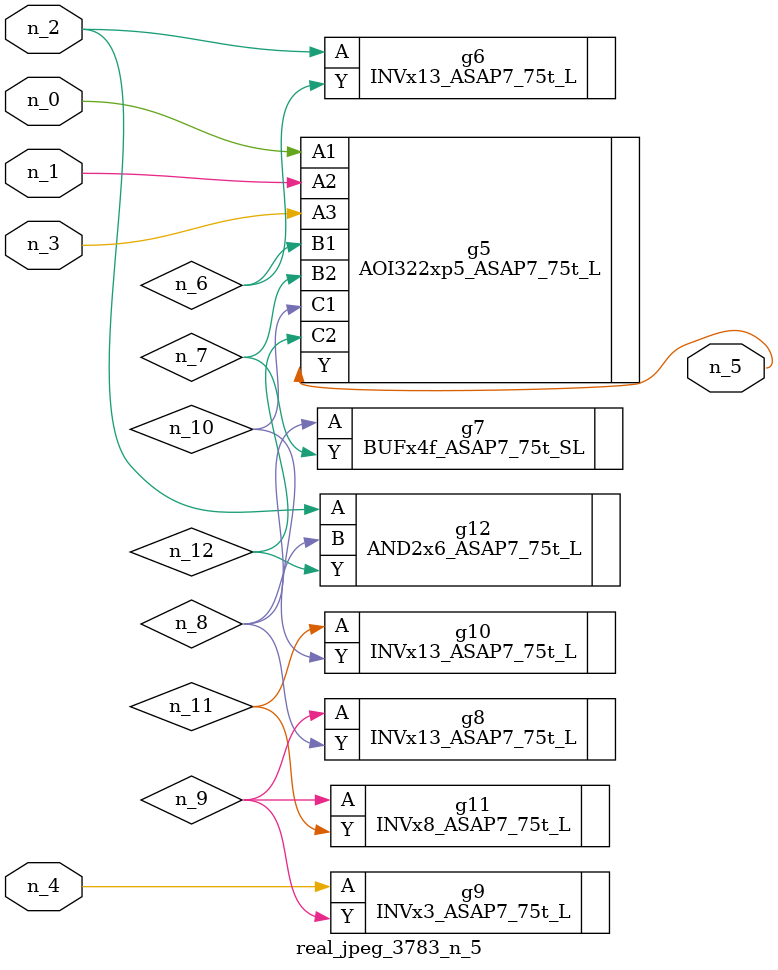
<source format=v>
module real_jpeg_3783_n_5 (n_4, n_0, n_1, n_2, n_3, n_5);

input n_4;
input n_0;
input n_1;
input n_2;
input n_3;

output n_5;

wire n_12;
wire n_8;
wire n_11;
wire n_6;
wire n_7;
wire n_10;
wire n_9;

AOI322xp5_ASAP7_75t_L g5 ( 
.A1(n_0),
.A2(n_1),
.A3(n_3),
.B1(n_6),
.B2(n_7),
.C1(n_10),
.C2(n_12),
.Y(n_5)
);

INVx13_ASAP7_75t_L g6 ( 
.A(n_2),
.Y(n_6)
);

AND2x6_ASAP7_75t_L g12 ( 
.A(n_2),
.B(n_8),
.Y(n_12)
);

INVx3_ASAP7_75t_L g9 ( 
.A(n_4),
.Y(n_9)
);

BUFx4f_ASAP7_75t_SL g7 ( 
.A(n_8),
.Y(n_7)
);

INVx13_ASAP7_75t_L g8 ( 
.A(n_9),
.Y(n_8)
);

INVx8_ASAP7_75t_L g11 ( 
.A(n_9),
.Y(n_11)
);

INVx13_ASAP7_75t_L g10 ( 
.A(n_11),
.Y(n_10)
);


endmodule
</source>
